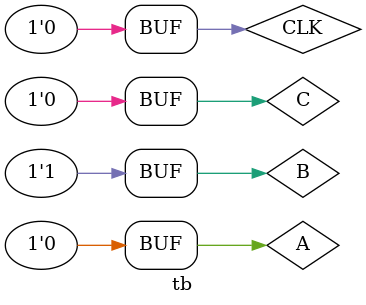
<source format=v>
`timescale 1ns / 1ps

module serial (
    input D,
    input CLK,
    output reg Q0, Q1, Q2
);
 
    always @(posedge CLK)begin
        Q0 <= D;
        Q1 <= Q0;
        Q2 <= Q1;
    end

endmodule

module paralel (
    input A, B, C,
    input CLK,
    output reg Q0, Q1, Q2
);
    always @(posedge CLK)begin
        Q0 <= A;
        Q1 <= B;
        Q2 <= C;
    end
endmodule


module tb();
//    reg D;
    reg A, B, C;
    reg CLK;
    wire Q0, Q1, Q2;
    initial begin
//        D = 0;
        A = 0; B = 1; C = 0;
        CLK = 0;
        repeat(20) begin
//            #10 D = ~D;
            #10 A = ~A;
            #10 B = ~B;
            #10 C = ~C;
            repeat(2) begin
                #10 CLK = ~CLK;
            end
        end
    end
    
//    serial serial(
//        .D(D),
//        .CLK(CLK),
//        .Q0(Q0),
//        .Q1(Q1),
//        .Q2(Q2)
//    );
    
    paralel paralel(
        .A(A),
        .B(B),
        .C(C),
        .CLK(CLK),
        .Q0(Q0),
        .Q1(Q1),
        .Q2(Q2)
    );

endmodule

</source>
